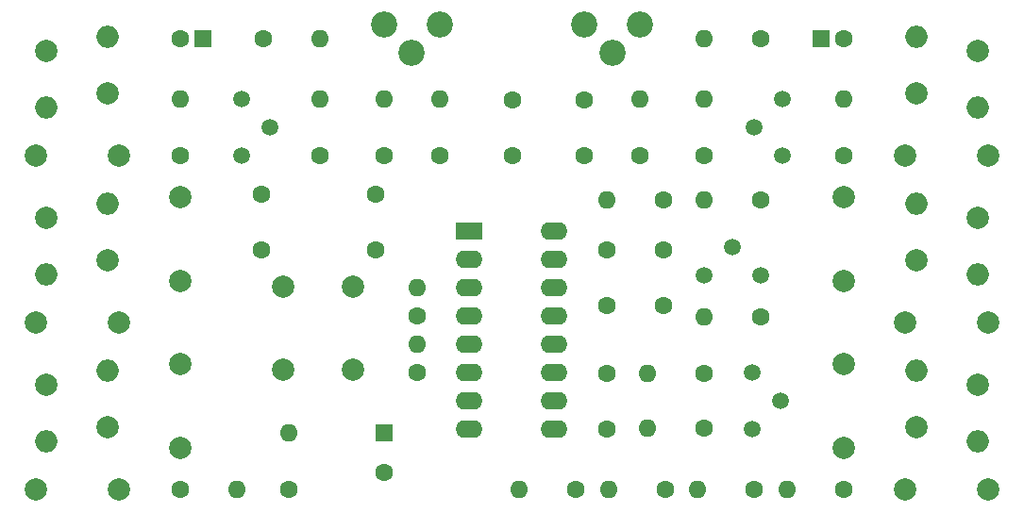
<source format=gts>
G04 #@! TF.GenerationSoftware,KiCad,Pcbnew,(6.0.10)*
G04 #@! TF.CreationDate,2023-02-04T23:50:25+01:00*
G04 #@! TF.ProjectId,Stereo-Decoder-Modul,53746572-656f-42d4-9465-636f6465722d,rev?*
G04 #@! TF.SameCoordinates,Original*
G04 #@! TF.FileFunction,Soldermask,Top*
G04 #@! TF.FilePolarity,Negative*
%FSLAX46Y46*%
G04 Gerber Fmt 4.6, Leading zero omitted, Abs format (unit mm)*
G04 Created by KiCad (PCBNEW (6.0.10)) date 2023-02-04 23:50:25*
%MOMM*%
%LPD*%
G01*
G04 APERTURE LIST*
%ADD10C,1.600000*%
%ADD11C,2.000000*%
%ADD12O,2.000000X2.000000*%
%ADD13O,1.600000X1.600000*%
%ADD14R,1.600000X1.600000*%
%ADD15C,1.500000*%
%ADD16R,2.400000X1.600000*%
%ADD17O,2.400000X1.600000*%
%ADD18C,2.340000*%
G04 APERTURE END LIST*
D10*
X92500000Y-60750000D03*
X92500000Y-55750000D03*
D11*
X128750000Y-85165000D03*
D12*
X128750000Y-80085000D03*
D11*
X128750000Y-70165000D03*
D12*
X128750000Y-65085000D03*
X128750000Y-50085000D03*
D11*
X128750000Y-55165000D03*
X50750000Y-81335000D03*
D12*
X50750000Y-86415000D03*
D11*
X50750000Y-66335000D03*
D12*
X50750000Y-71415000D03*
D11*
X50750000Y-51335000D03*
D12*
X50750000Y-56415000D03*
D11*
X134250000Y-81335000D03*
D12*
X134250000Y-86415000D03*
D11*
X56250000Y-85165000D03*
D12*
X56250000Y-80085000D03*
D11*
X134250000Y-66335000D03*
D12*
X134250000Y-71415000D03*
D11*
X56250000Y-70165000D03*
D12*
X56250000Y-65085000D03*
D11*
X134250000Y-51335000D03*
D12*
X134250000Y-56415000D03*
D11*
X56250000Y-55165000D03*
D12*
X56250000Y-50085000D03*
D10*
X84000000Y-75120000D03*
D13*
X84000000Y-72580000D03*
D10*
X109765000Y-80280000D03*
D13*
X104685000Y-80280000D03*
D10*
X80250000Y-69250000D03*
X80250000Y-64250000D03*
X62750000Y-90750000D03*
D13*
X67830000Y-90750000D03*
D10*
X86000000Y-60750000D03*
D13*
X86000000Y-55670000D03*
D11*
X72000000Y-80000000D03*
X72000000Y-72500000D03*
D10*
X75250000Y-60750000D03*
D13*
X75250000Y-55670000D03*
D10*
X114830000Y-50250000D03*
D13*
X109750000Y-50250000D03*
D10*
X114250000Y-90750000D03*
D13*
X109170000Y-90750000D03*
D10*
X106250000Y-90750000D03*
D13*
X101170000Y-90750000D03*
D14*
X120250000Y-50250000D03*
D10*
X122250000Y-50250000D03*
D11*
X62750000Y-79500000D03*
X62750000Y-87000000D03*
D10*
X81000000Y-60750000D03*
D13*
X81000000Y-55670000D03*
D15*
X114000000Y-80210000D03*
X116540000Y-82750000D03*
X114000000Y-85290000D03*
D11*
X127750000Y-75750000D03*
X135250000Y-75750000D03*
D10*
X109765000Y-85250000D03*
D13*
X104685000Y-85250000D03*
D11*
X127750000Y-90750000D03*
X135250000Y-90750000D03*
D16*
X88675000Y-67500000D03*
D17*
X88675000Y-70040000D03*
X88675000Y-72580000D03*
X88675000Y-75120000D03*
X88675000Y-77660000D03*
X88675000Y-80200000D03*
X88675000Y-82740000D03*
X88675000Y-85280000D03*
X96295000Y-85280000D03*
X96295000Y-82740000D03*
X96295000Y-80200000D03*
X96295000Y-77660000D03*
X96295000Y-75120000D03*
X96295000Y-72580000D03*
X96295000Y-70040000D03*
X96295000Y-67500000D03*
D11*
X122250000Y-87000000D03*
X122250000Y-79500000D03*
D18*
X104000000Y-49000000D03*
X101500000Y-51500000D03*
X99000000Y-49000000D03*
D10*
X62750000Y-60750000D03*
D13*
X62750000Y-55670000D03*
D10*
X72500000Y-90750000D03*
D13*
X72500000Y-85670000D03*
D15*
X68250000Y-55670000D03*
X70790000Y-58210000D03*
X68250000Y-60750000D03*
D10*
X109750000Y-60750000D03*
D13*
X109750000Y-55670000D03*
D10*
X98250000Y-90750000D03*
D13*
X93170000Y-90750000D03*
D10*
X70000000Y-69250000D03*
X70000000Y-64250000D03*
D14*
X81000000Y-85670000D03*
D10*
X81000000Y-89170000D03*
D11*
X127750000Y-60750000D03*
X135250000Y-60750000D03*
D10*
X106065000Y-69250000D03*
X106065000Y-74250000D03*
D11*
X49750000Y-75750000D03*
X57250000Y-75750000D03*
D10*
X106065000Y-64750000D03*
D13*
X100985000Y-64750000D03*
D18*
X86000000Y-49000000D03*
X83500000Y-51500000D03*
X81000000Y-49000000D03*
D10*
X101000000Y-74250000D03*
X101000000Y-69250000D03*
X122250000Y-60750000D03*
D13*
X122250000Y-55670000D03*
D10*
X114845000Y-75250000D03*
D13*
X109765000Y-75250000D03*
D11*
X62750000Y-64500000D03*
X62750000Y-72000000D03*
D14*
X64750000Y-50250000D03*
D10*
X62750000Y-50250000D03*
X101000000Y-85280000D03*
X101000000Y-80280000D03*
X114845000Y-64750000D03*
D13*
X109765000Y-64750000D03*
D11*
X49750000Y-90750000D03*
X57250000Y-90750000D03*
D15*
X116750000Y-60750000D03*
X114210000Y-58210000D03*
X116750000Y-55670000D03*
D10*
X122250000Y-90750000D03*
D13*
X117170000Y-90750000D03*
D10*
X99000000Y-55750000D03*
X99000000Y-60750000D03*
X84000000Y-80200000D03*
D13*
X84000000Y-77660000D03*
D15*
X109765000Y-71520000D03*
X112305000Y-68980000D03*
X114845000Y-71520000D03*
D10*
X104000000Y-60750000D03*
D13*
X104000000Y-55670000D03*
D10*
X70170000Y-50250000D03*
D13*
X75250000Y-50250000D03*
D11*
X122250000Y-72000000D03*
X122250000Y-64500000D03*
X78250000Y-72500000D03*
X78250000Y-80000000D03*
X49750000Y-60750000D03*
X57250000Y-60750000D03*
M02*

</source>
